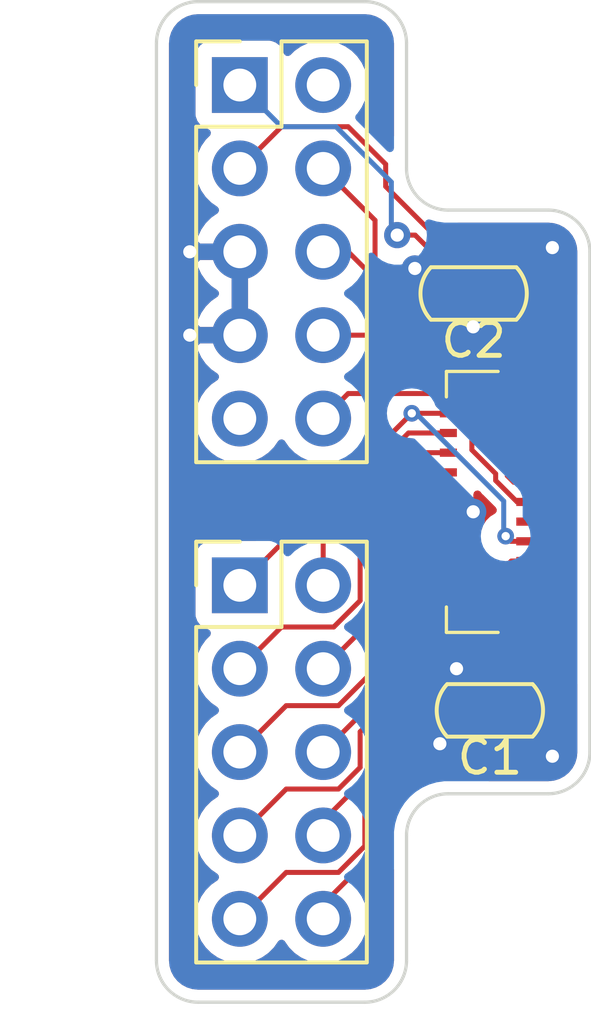
<source format=kicad_pcb>
(kicad_pcb (version 20221018) (generator pcbnew)
  (layers (0 "F.Cu" signal) (31 "B.Cu" signal) (34 "B.Paste" user) (35 "F.Paste" user) (36 "B.SilkS" user "B.Silkscreen") (37 "F.SilkS" user "F.Silkscreen") (38 "B.Mask" user) (39 "F.Mask" user) (44 "Edge.Cuts" user))
  (net 0 "")
  (net 1 "+5V")
  (net 2 "GND")
  (net 3 "+3.3V")
  (net 5 "/GSP")
  (net 6 "/GCK")
  (net 7 "/GEN")
  (net 8 "/INTB")
  (net 9 "/VCOM")
  (net 10 "/VA")
  (net 11 "/BSP")
  (net 12 "/BCK")
  (net 13 "/R0")
  (net 14 "/R1")
  (net 15 "/G0")
  (net 16 "/G1")
  (net 17 "/B0")
  (net 18 "/B1")
  (footprint "Connector_PinHeader_2.54mm:PinHeader_2x05_P2.54mm_Vertical" (layer "F.Cu") (at 83.439 83.947)
    (fp_text reference "J3" hide)
    (fp_text value "Conn_02x05_Odd_Even")
    (fp_line (start -1.33 -1.33) (end 0 -1.33) (stroke (width 0.12)) (layer "F.SilkS"))
    (fp_line (start -1.33 0) (end -1.33 -1.33) (stroke (width 0.12)) (layer "F.SilkS"))
    (fp_line (start -1.33 1.27) (end -1.33 11.49) (stroke (width 0.12)) (layer "F.SilkS"))
    (fp_line (start -1.33 1.27) (end 1.27 1.27) (stroke (width 0.12)) (layer "F.SilkS"))
    (fp_line (start -1.33 11.49) (end 3.87 11.49) (stroke (width 0.12)) (layer "F.SilkS"))
    (fp_line (start 1.27 -1.33) (end 3.87 -1.33) (stroke (width 0.12)) (layer "F.SilkS"))
    (fp_line (start 1.27 1.27) (end 1.27 -1.33) (stroke (width 0.12)) (layer "F.SilkS"))
    (fp_line (start 3.87 -1.33) (end 3.87 11.49) (stroke (width 0.12)) (layer "F.SilkS"))
    (pad "1" thru_hole rect (at 0 0) (size 1.7 1.7) (drill 1) (layers "*.Cu" "*.Mask") (net 9 "/VCOM"))
    (pad "2" thru_hole oval (at 2.54 0) (size 1.7 1.7) (drill 1) (layers "*.Cu" "*.Mask") (net 18 "/B1"))
    (pad "3" thru_hole oval (at 0 2.54) (size 1.7 1.7) (drill 1) (layers "*.Cu" "*.Mask") (net 16 "/G1"))
    (pad "4" thru_hole oval (at 2.54 2.54) (size 1.7 1.7) (drill 1) (layers "*.Cu" "*.Mask") (net 14 "/R1"))
    (pad "5" thru_hole oval (at 0 5.08) (size 1.7 1.7) (drill 1) (layers "*.Cu" "*.Mask") (net 12 "/BCK"))
    (pad "6" thru_hole oval (at 2.54 5.08) (size 1.7 1.7) (drill 1) (layers "*.Cu" "*.Mask") (net 10 "/VA"))
    (pad "7" thru_hole oval (at 0 7.62) (size 1.7 1.7) (drill 1) (layers "*.Cu" "*.Mask") (net 8 "/INTB"))
    (pad "8" thru_hole oval (at 2.54 7.62) (size 1.7 1.7) (drill 1) (layers "*.Cu" "*.Mask") (net 6 "/GCK"))
    (pad "9" thru_hole oval (at 0 10.16) (size 1.7 1.7) (drill 1) (layers "*.Cu" "*.Mask") (net 7 "/GEN"))
    (pad "10" thru_hole oval (at 2.54 10.16) (size 1.7 1.7) (drill 1) (layers "*.Cu" "*.Mask") (net 5 "/GSP"))
  )
  (footprint "503566-2102:5035662102" (layer "F.Cu") (at 91.059 81.407 90)
    (fp_text reference "J1" hide)
    (fp_text value "503566-2102" hide)
    (fp_line (start -3.975 -1.325) (end -3.975 0.25) (stroke (width 0.1)) (layer "F.SilkS"))
    (fp_line (start -3.2 -1.325) (end -3.975 -1.325) (stroke (width 0.1)) (layer "F.SilkS"))
    (fp_line (start 3.2 -1.325) (end 3.975 -1.325) (stroke (width 0.1)) (layer "F.SilkS"))
    (fp_line (start 3.975 -1.325) (end 3.975 0.25) (stroke (width 0.1)) (layer "F.SilkS"))
    (pad "1" smd rect (at -3 1.165 90) (size 0.25 0.72) (layers "F.Cu" "F.Paste" "F.Mask") (net 1 "+5V"))
    (pad "2" smd rect (at -2.7 -1.265 90) (size 0.25 0.52) (layers "F.Cu" "F.Paste" "F.Mask"))
    (pad "3" smd rect (at -2.4 1.165 90) (size 0.25 0.72) (layers "F.Cu" "F.Paste" "F.Mask") (net 5 "/GSP"))
    (pad "4" smd rect (at -2.1 -1.265 90) (size 0.25 0.52) (layers "F.Cu" "F.Paste" "F.Mask") (net 6 "/GCK"))
    (pad "5" smd rect (at -1.8 1.165 90) (size 0.25 0.72) (layers "F.Cu" "F.Paste" "F.Mask") (net 7 "/GEN"))
    (pad "6" smd rect (at -1.5 -1.265 90) (size 0.25 0.52) (layers "F.Cu" "F.Paste" "F.Mask") (net 8 "/INTB"))
    (pad "7" smd rect (at -1.2 1.165 90) (size 0.25 0.72) (layers "F.Cu" "F.Paste" "F.Mask") (net 9 "/VCOM"))
    (pad "8" smd rect (at -0.9 -1.265 90) (size 0.25 0.52) (layers "F.Cu" "F.Paste" "F.Mask") (net 10 "/VA"))
    (pad "9" smd rect (at -0.6 1.165 90) (size 0.25 0.72) (layers "F.Cu" "F.Paste" "F.Mask") (net 3 "+3.3V"))
    (pad "10" smd rect (at -0.3 -1.265 90) (size 0.25 0.52) (layers "F.Cu" "F.Paste" "F.Mask") (net 2 "GND"))
    (pad "11" smd rect (at 0 1.165 90) (size 0.25 0.72) (layers "F.Cu" "F.Paste" "F.Mask") (net 11 "/BSP"))
    (pad "12" smd rect (at 0.3 -1.265 90) (size 0.25 0.52) (layers "F.Cu" "F.Paste" "F.Mask") (net 12 "/BCK"))
    (pad "13" smd rect (at 0.6 1.165 90) (size 0.25 0.72) (layers "F.Cu" "F.Paste" "F.Mask") (net 13 "/R0"))
    (pad "14" smd rect (at 0.9 -1.265 90) (size 0.25 0.52) (layers "F.Cu" "F.Paste" "F.Mask") (net 14 "/R1"))
    (pad "15" smd rect (at 1.2 1.165 90) (size 0.25 0.72) (layers "F.Cu" "F.Paste" "F.Mask") (net 15 "/G0"))
    (pad "16" smd rect (at 1.5 -1.265 90) (size 0.25 0.52) (layers "F.Cu" "F.Paste" "F.Mask") (net 16 "/G1"))
    (pad "17" smd rect (at 1.8 1.165 90) (size 0.25 0.72) (layers "F.Cu" "F.Paste" "F.Mask") (net 17 "/B0"))
    (pad "18" smd rect (at 2.1 -1.265 90) (size 0.25 0.52) (layers "F.Cu" "F.Paste" "F.Mask") (net 18 "/B1"))
    (pad "19" smd rect (at 2.4 1.165 90) (size 0.25 0.72) (layers "F.Cu" "F.Paste" "F.Mask"))
    (pad "20" smd rect (at 2.7 -1.265 90) (size 0.25 0.52) (layers "F.Cu" "F.Paste" "F.Mask") (net 9 "/VCOM"))
    (pad "21" smd rect (at 3 1.165 90) (size 0.25 0.72) (layers "F.Cu" "F.Paste" "F.Mask"))
    (pad "MP1" smd rect (at -3.71 1.1 90) (size 0.3 0.85) (layers "F.Cu" "F.Paste" "F.Mask"))
    (pad "MP2" smd rect (at 3.71 1.1 90) (size 0.3 0.85) (layers "F.Cu" "F.Paste" "F.Mask"))
  )
  (footprint "Capacitor_SMD_US_Handsoldering_AKL:C_0603_1608Metric" (layer "F.Cu") (at 90.564 75.057 180)
    (fp_text reference "C2" (at 0 -1.43) (layer "F.SilkS"))
    (fp_text value "1uF" hide)
    (fp_line (start -1.3 0.800002) (end 1.3 0.8) (stroke (width 0.12)) (layer "F.SilkS"))
    (fp_line (start 1.3 -0.800002) (end -1.3 -0.8) (stroke (width 0.12)) (layer "F.SilkS"))
    (fp_arc (start -1.3 0.800002) (mid -1.619939 0.000001) (end -1.3 -0.8) (stroke (width 0.12)) (layer "F.SilkS"))
    (fp_arc (start 1.3 -0.800002) (mid 1.619939 -0.000001) (end 1.3 0.8) (stroke (width 0.12)) (layer "F.SilkS"))
    (pad "1" smd roundrect (at -0.775 0 180) (size 0.9 0.95) (layers "F.Cu" "F.Paste" "F.Mask") (net 3 "+3.3V"))
    (pad "2" smd roundrect (at 0.775 0 180) (size 0.9 0.95) (layers "F.Cu" "F.Paste" "F.Mask") (net 2 "GND"))
  )
  (footprint "Connector_PinHeader_2.54mm:PinHeader_2x05_P2.54mm_Vertical" (layer "F.Cu") (at 83.439 68.707)
    (fp_text reference "J2" hide)
    (fp_text value "Conn_02x05_Odd_Even")
    (fp_line (start -1.33 -1.33) (end 0 -1.33) (stroke (width 0.12)) (layer "F.SilkS"))
    (fp_line (start -1.33 0) (end -1.33 -1.33) (stroke (width 0.12)) (layer "F.SilkS"))
    (fp_line (start -1.33 1.27) (end -1.33 11.49) (stroke (width 0.12)) (layer "F.SilkS"))
    (fp_line (start -1.33 1.27) (end 1.27 1.27) (stroke (width 0.12)) (layer "F.SilkS"))
    (fp_line (start -1.33 11.49) (end 3.87 11.49) (stroke (width 0.12)) (layer "F.SilkS"))
    (fp_line (start 1.27 -1.33) (end 3.87 -1.33) (stroke (width 0.12)) (layer "F.SilkS"))
    (fp_line (start 1.27 1.27) (end 1.27 -1.33) (stroke (width 0.12)) (layer "F.SilkS"))
    (fp_line (start 3.87 -1.33) (end 3.87 11.49) (stroke (width 0.12)) (layer "F.SilkS"))
    (pad "1" thru_hole rect (at 0 0) (size 1.7 1.7) (drill 1) (layers "*.Cu" "*.Mask") (net 3 "+3.3V"))
    (pad "2" thru_hole oval (at 2.54 0) (size 1.7 1.7) (drill 1) (layers "*.Cu" "*.Mask"))
    (pad "3" thru_hole oval (at 0 2.54) (size 1.7 1.7) (drill 1) (layers "*.Cu" "*.Mask") (net 1 "+5V"))
    (pad "4" thru_hole oval (at 2.54 2.54) (size 1.7 1.7) (drill 1) (layers "*.Cu" "*.Mask") (net 17 "/B0"))
    (pad "5" thru_hole oval (at 0 5.08) (size 1.7 1.7) (drill 1) (layers "*.Cu" "*.Mask") (net 2 "GND"))
    (pad "6" thru_hole oval (at 2.54 5.08) (size 1.7 1.7) (drill 1) (layers "*.Cu" "*.Mask") (net 15 "/G0"))
    (pad "7" thru_hole oval (at 0 7.62) (size 1.7 1.7) (drill 1) (layers "*.Cu" "*.Mask") (net 2 "GND"))
    (pad "8" thru_hole oval (at 2.54 7.62) (size 1.7 1.7) (drill 1) (layers "*.Cu" "*.Mask") (net 13 "/R0"))
    (pad "9" thru_hole oval (at 0 10.16) (size 1.7 1.7) (drill 1) (layers "*.Cu" "*.Mask"))
    (pad "10" thru_hole oval (at 2.54 10.16) (size 1.7 1.7) (drill 1) (layers "*.Cu" "*.Mask") (net 11 "/BSP"))
  )
  (footprint "Capacitor_SMD_US_Handsoldering_AKL:C_0603_1608Metric" (layer "F.Cu") (at 91.059 87.757 180)
    (fp_text reference "C1" (at 0 -1.43) (layer "F.SilkS"))
    (fp_text value "1uF" hide)
    (fp_line (start -1.3 0.800002) (end 1.3 0.8) (stroke (width 0.12)) (layer "F.SilkS"))
    (fp_line (start 1.3 -0.800002) (end -1.3 -0.8) (stroke (width 0.12)) (layer "F.SilkS"))
    (fp_arc (start -1.3 0.800002) (mid -1.619939 0.000001) (end -1.3 -0.8) (stroke (width 0.12)) (layer "F.SilkS"))
    (fp_arc (start 1.3 -0.800002) (mid 1.619939 -0.000001) (end 1.3 0.8) (stroke (width 0.12)) (layer "F.SilkS"))
    (pad "1" smd roundrect (at -0.775 0 180) (size 0.9 0.95) (layers "F.Cu" "F.Paste" "F.Mask") (net 1 "+5V"))
    (pad "2" smd roundrect (at 0.775 0 180) (size 0.9 0.95) (layers "F.Cu" "F.Paste" "F.Mask") (net 2 "GND"))
  )
  (gr_arc (start 89.789 72.517) (mid 88.890974 72.145026) (end 88.519 71.247) (stroke (width 0.1)) (layer "Edge.Cuts"))
  (gr_line (start 89.789 72.517) (end 92.837 72.517) (stroke (width 0.1)) (layer "Edge.Cuts"))
  (gr_line (start 80.899 67.437) (end 80.899 95.377) (stroke (width 0.1)) (layer "Edge.Cuts"))
  (gr_line (start 82.169 66.167) (end 87.249 66.167) (stroke (width 0.1)) (layer "Edge.Cuts"))
  (gr_arc (start 80.899 67.437) (mid 81.270974 66.538974) (end 82.169 66.167) (stroke (width 0.1)) (layer "Edge.Cuts"))
  (gr_line (start 82.169 96.647) (end 87.249 96.647) (stroke (width 0.1)) (layer "Edge.Cuts"))
  (gr_arc (start 82.169 96.647) (mid 81.270974 96.275026) (end 80.899 95.377) (stroke (width 0.1)) (layer "Edge.Cuts"))
  (gr_line (start 94.107 73.787) (end 94.107 89.027) (stroke (width 0.1)) (layer "Edge.Cuts"))
  (gr_line (start 92.837 90.297) (end 89.789 90.297) (stroke (width 0.1)) (layer "Edge.Cuts"))
  (gr_arc (start 88.519 95.377) (mid 88.147026 96.275026) (end 87.249 96.647) (stroke (width 0.1)) (layer "Edge.Cuts"))
  (gr_line (start 88.519 71.247) (end 88.519 67.437) (stroke (width 0.1)) (layer "Edge.Cuts"))
  (gr_arc (start 92.837 72.517) (mid 93.735026 72.888974) (end 94.107 73.787) (stroke (width 0.1)) (layer "Edge.Cuts"))
  (gr_arc (start 87.249 66.167) (mid 88.147026 66.538974) (end 88.519 67.437) (stroke (width 0.1)) (layer "Edge.Cuts"))
  (gr_arc (start 88.519 91.567) (mid 88.890974 90.668974) (end 89.789 90.297) (stroke (width 0.1)) (layer "Edge.Cuts"))
  (gr_arc (start 94.107 89.027) (mid 93.735026 89.925026) (end 92.837 90.297) (stroke (width 0.1)) (layer "Edge.Cuts"))
  (gr_line (start 88.519 91.567) (end 88.519 95.377) (stroke (width 0.1)) (layer "Edge.Cuts"))
  (segment (start 84.709 69.977) (end 86.741 69.977) (width 0.1524) (layer "F.Cu") (net 1))
  (segment (start 93.474 75.939183) (end 93.474 83.767) (width 0.1524) (layer "F.Cu") (net 1))
  (segment (start 93.474 83.767) (end 92.834 84.407) (width 0.1524) (layer "F.Cu") (net 1))
  (segment (start 89.87337 73.787) (end 91.321817 73.787) (width 0.1524) (layer "F.Cu") (net 1))
  (segment (start 93.093 84.826) (end 92.674 84.407) (width 0.1524) (layer "F.Cu") (net 1))
  (segment (start 92.834 84.407) (end 92.224 84.407) (width 0.1524) (layer "F.Cu") (net 1))
  (segment (start 91.834 87.757) (end 93.093 86.498) (width 0.1524) (layer "F.Cu") (net 1))
  (segment (start 86.741 69.977) (end 87.884 71.12) (width 0.1524) (layer "F.Cu") (net 1))
  (segment (start 83.439 71.247) (end 84.709 69.977) (width 0.1524) (layer "F.Cu") (net 1))
  (segment (start 87.884 71.12) (end 87.884 71.79763) (width 0.1524) (layer "F.Cu") (net 1))
  (segment (start 87.884 71.79763) (end 89.87337 73.787) (width 0.1524) (layer "F.Cu") (net 1))
  (segment (start 91.321817 73.787) (end 93.474 75.939183) (width 0.1524) (layer "F.Cu") (net 1))
  (segment (start 93.093 86.498) (end 93.093 84.826) (width 0.1524) (layer "F.Cu") (net 1))
  (segment (start 92.674 84.407) (end 92.224 84.407) (width 0.1524) (layer "F.Cu") (net 1))
  (segment (start 90.551 81.707) (end 89.794 81.707) (width 0.254) (layer "F.Cu") (net 2))
  (segment (start 89.027 74.295) (end 89.789 75.057) (width 0.2) (layer "F.Cu") (net 2))
  (segment (start 90.551 76.073) (end 90.551 75.819) (width 0.2) (layer "F.Cu") (net 2))
  (segment (start 89.535 88.773) (end 89.535 88.506) (width 0.2) (layer "F.Cu") (net 2))
  (segment (start 88.773 74.295) (end 89.027 74.295) (width 0.2) (layer "F.Cu") (net 2))
  (segment (start 89.535 88.506) (end 90.284 87.757) (width 0.2) (layer "F.Cu") (net 2))
  (segment (start 90.551 75.819) (end 89.789 75.057) (width 0.2) (layer "F.Cu") (net 2))
  (via (at 92.964 73.66) (size 0.8) (drill 0.4) (layers "F.Cu" "B.Cu") (net 2))
  (via (at 81.915 76.327) (size 0.8) (drill 0.4) (layers "F.Cu" "B.Cu") (net 2))
  (via (at 90.043 86.487) (size 0.8) (drill 0.4) (layers "F.Cu" "B.Cu") (net 2))
  (via (at 81.915 73.787) (size 0.8) (drill 0.4) (layers "F.Cu" "B.Cu") (net 2))
  (via (at 88.773 74.295) (size 0.8) (drill 0.4) (layers "F.Cu" "B.Cu") (net 2))
  (via (at 89.535 88.773) (size 0.8) (drill 0.4) (layers "F.Cu" "B.Cu") (net 2))
  (via (at 90.551 76.073) (size 0.8) (drill 0.4) (layers "F.Cu" "B.Cu") (net 2))
  (via (at 90.551 81.707) (size 0.8) (drill 0.4) (layers "F.Cu" "B.Cu") (net 2))
  (via (at 92.964 89.154) (size 0.8) (drill 0.4) (layers "F.Cu" "B.Cu") (net 2))
  (segment (start 88.235385 73.279) (end 88.782305 73.279) (width 0.1524) (layer "F.Cu") (net 3))
  (segment (start 92.909 76.627) (end 91.339 75.057) (width 0.1524) (layer "F.Cu") (net 3))
  (segment (start 92.224 82.007) (end 92.834 82.007) (width 0.1524) (layer "F.Cu") (net 3))
  (segment (start 90.519 74.237) (end 91.339 75.057) (width 0.1524) (layer "F.Cu") (net 3))
  (segment (start 92.909 81.932) (end 92.909 76.627) (width 0.1524) (layer "F.Cu") (net 3))
  (segment (start 88.782305 73.279) (end 89.740305 74.237) (width 0.1524) (layer "F.Cu") (net 3))
  (segment (start 89.740305 74.237) (end 90.519 74.237) (width 0.1524) (layer "F.Cu") (net 3))
  (segment (start 92.834 82.007) (end 92.909 81.932) (width 0.1524) (layer "F.Cu") (net 3))
  (via (at 88.235385 73.279) (size 0.8) (drill 0.4) (layers "F.Cu" "B.Cu") (net 3))
  (segment (start 84.709 69.977) (end 83.439 68.707) (width 0.1524) (layer "B.Cu") (net 3))
  (segment (start 86.370701 69.977) (end 84.709 69.977) (width 0.1524) (layer "B.Cu") (net 3))
  (segment (start 88.235385 73.279) (end 88.056251 73.099866) (width 0.1524) (layer "B.Cu") (net 3))
  (segment (start 88.056251 71.66255) (end 86.370701 69.977) (width 0.1524) (layer "B.Cu") (net 3))
  (segment (start 88.056251 73.099866) (end 88.056251 71.66255) (width 0.1524) (layer "B.Cu") (net 3))
  (segment (start 91.7866 83.807) (end 92.224 83.807) (width 0.1524) (layer "F.Cu") (net 5))
  (segment (start 90.297 89.535) (end 91.0102 88.8218) (width 0.1524) (layer "F.Cu") (net 5))
  (segment (start 91.0102 84.5834) (end 91.7866 83.807) (width 0.1524) (layer "F.Cu") (net 5))
  (segment (start 87.6014 90.7066) (end 88.773 89.535) (width 0.1524) (layer "F.Cu") (net 5))
  (segment (start 85.979 94.107) (end 85.979 93.658056) (width 0.1524) (layer "F.Cu") (net 5))
  (segment (start 91.0102 88.8218) (end 91.0102 84.5834) (width 0.1524) (layer "F.Cu") (net 5))
  (segment (start 87.6014 92.035656) (end 87.6014 90.7066) (width 0.1524) (layer "F.Cu") (net 5))
  (segment (start 85.979 93.658056) (end 87.6014 92.035656) (width 0.1524) (layer "F.Cu") (net 5))
  (segment (start 88.773 89.535) (end 90.297 89.535) (width 0.1524) (layer "F.Cu") (net 5))
  (segment (start 89.4566 83.507) (end 89.794 83.507) (width 0.1524) (layer "F.Cu") (net 6))
  (segment (start 85.979 91.567) (end 85.979 91.118056) (width 0.1524) (layer "F.Cu") (net 6))
  (segment (start 87.4576 88.5644) (end 88.9126 87.1094) (width 0.1524) (layer "F.Cu") (net 6))
  (segment (start 88.9126 84.051) (end 89.4566 83.507) (width 0.1524) (layer "F.Cu") (net 6))
  (segment (start 88.9126 87.1094) (end 88.9126 84.051) (width 0.1524) (layer "F.Cu") (net 6))
  (segment (start 87.4576 89.639456) (end 87.4576 88.5644) (width 0.1524) (layer "F.Cu") (net 6))
  (segment (start 85.979 91.118056) (end 87.4576 89.639456) (width 0.1524) (layer "F.Cu") (net 6))
  (segment (start 87.249 91.889688) (end 87.249 90.346424) (width 0.1524) (layer "F.Cu") (net 7))
  (segment (start 86.445488 92.6932) (end 87.249 91.889688) (width 0.1524) (layer "F.Cu") (net 7))
  (segment (start 88.519 89.076424) (end 88.519 88.001368) (width 0.1524) (layer "F.Cu") (net 7))
  (segment (start 89.281 87.239368) (end 89.281 85.6376) (width 0.1524) (layer "F.Cu") (net 7))
  (segment (start 88.519 88.001368) (end 89.281 87.239368) (width 0.1524) (layer "F.Cu") (net 7))
  (segment (start 87.249 90.346424) (end 88.519 89.076424) (width 0.1524) (layer "F.Cu") (net 7))
  (segment (start 89.281 85.6376) (end 91.7116 83.207) (width 0.1524) (layer "F.Cu") (net 7))
  (segment (start 84.8528 92.6932) (end 86.445488 92.6932) (width 0.1524) (layer "F.Cu") (net 7))
  (segment (start 83.439 94.107) (end 84.8528 92.6932) (width 0.1524) (layer "F.Cu") (net 7))
  (segment (start 91.7116 83.207) (end 92.224 83.207) (width 0.1524) (layer "F.Cu") (net 7))
  (segment (start 87.1052 89.493488) (end 87.1052 88.4088) (width 0.1524) (layer "F.Cu") (net 8))
  (segment (start 83.439 91.567) (end 84.8528 90.1532) (width 0.1524) (layer "F.Cu") (net 8))
  (segment (start 88.5602 83.7284) (end 89.3816 82.907) (width 0.1524) (layer "F.Cu") (net 8))
  (segment (start 87.1052 88.4088) (end 88.5602 86.9538) (width 0.1524) (layer "F.Cu") (net 8))
  (segment (start 84.8528 90.1532) (end 86.445488 90.1532) (width 0.1524) (layer "F.Cu") (net 8))
  (segment (start 89.3816 82.907) (end 89.794 82.907) (width 0.1524) (layer "F.Cu") (net 8))
  (segment (start 86.445488 90.1532) (end 87.1052 89.493488) (width 0.1524) (layer "F.Cu") (net 8))
  (segment (start 88.5602 86.9538) (end 88.5602 83.7284) (width 0.1524) (layer "F.Cu") (net 8))
  (segment (start 89.794 78.707) (end 88.679 78.707) (width 0.1524) (layer "F.Cu") (net 9))
  (segment (start 88.679 78.707) (end 83.439 83.947) (width 0.1524) (layer "F.Cu") (net 9))
  (segment (start 91.540071 82.449385) (end 91.697686 82.607) (width 0.1524) (layer "F.Cu") (net 9))
  (segment (start 91.697686 82.607) (end 92.224 82.607) (width 0.1524) (layer "F.Cu") (net 9))
  (via (at 91.540071 82.449385) (size 0.508) (drill 0.254) (layers "F.Cu" "B.Cu") (net 9))
  (via (at 88.679 78.707) (size 0.508) (drill 0.254) (layers "F.Cu" "B.Cu") (net 9))
  (segment (start 91.540071 82.449385) (end 91.4812 82.390514) (width 0.1524) (layer "B.Cu") (net 9))
  (segment (start 91.4812 81.380908) (end 88.807292 78.707) (width 0.1524) (layer "B.Cu") (net 9))
  (segment (start 91.4812 82.390514) (end 91.4812 81.380908) (width 0.1524) (layer "B.Cu") (net 9))
  (segment (start 88.807292 78.707) (end 88.679 78.707) (width 0.1524) (layer "B.Cu") (net 9))
  (segment (start 88.2078 86.7982) (end 88.2078 83.4808) (width 0.1524) (layer "F.Cu") (net 10))
  (segment (start 89.3816 82.307) (end 89.794 82.307) (width 0.1524) (layer "F.Cu") (net 10))
  (segment (start 88.2078 83.4808) (end 89.3816 82.307) (width 0.1524) (layer "F.Cu") (net 10))
  (segment (start 85.979 89.027) (end 88.2078 86.7982) (width 0.1524) (layer "F.Cu") (net 10))
  (segment (start 90.5104 78.542658) (end 90.5104 79.822855) (width 0.1524) (layer "F.Cu") (net 11))
  (segment (start 85.979 78.867) (end 86.741 78.105) (width 0.1524) (layer "F.Cu") (net 11))
  (segment (start 86.741 78.105) (end 90.072742 78.105) (width 0.1524) (layer "F.Cu") (net 11))
  (segment (start 90.5104 79.822855) (end 91.2354 80.547854) (width 0.1524) (layer "F.Cu") (net 11))
  (segment (start 91.2354 80.547854) (end 91.2354 80.754169) (width 0.1524) (layer "F.Cu") (net 11))
  (segment (start 90.072742 78.105) (end 90.5104 78.542658) (width 0.1524) (layer "F.Cu") (net 11))
  (segment (start 91.2354 80.754169) (end 91.888231 81.407) (width 0.1524) (layer "F.Cu") (net 11))
  (segment (start 91.888231 81.407) (end 92.224 81.407) (width 0.1524) (layer "F.Cu") (net 11))
  (segment (start 84.8528 87.6132) (end 86.445488 87.6132) (width 0.1524) (layer "F.Cu") (net 12))
  (segment (start 87.8554 86.203288) (end 87.8554 82.8094) (width 0.1524) (layer "F.Cu") (net 12))
  (segment (start 89.5578 81.107) (end 89.794 81.107) (width 0.1524) (layer "F.Cu") (net 12))
  (segment (start 83.439 89.027) (end 84.8528 87.6132) (width 0.1524) (layer "F.Cu") (net 12))
  (segment (start 86.445488 87.6132) (end 87.8554 86.203288) (width 0.1524) (layer "F.Cu") (net 12))
  (segment (start 87.8554 82.8094) (end 89.5578 81.107) (width 0.1524) (layer "F.Cu") (net 12))
  (segment (start 91.7866 80.807) (end 91.5878 80.6082) (width 0.1524) (layer "F.Cu") (net 13))
  (segment (start 90.8628 79.676886) (end 90.8628 78.39669) (width 0.1524) (layer "F.Cu") (net 13))
  (segment (start 90.8628 78.39669) (end 88.79311 76.327) (width 0.1524) (layer "F.Cu") (net 13))
  (segment (start 88.79311 76.327) (end 85.979 76.327) (width 0.1524) (layer "F.Cu") (net 13))
  (segment (start 92.224 80.807) (end 91.7866 80.807) (width 0.1524) (layer "F.Cu") (net 13))
  (segment (start 91.5878 80.6082) (end 91.5878 80.401886) (width 0.1524) (layer "F.Cu") (net 13))
  (segment (start 91.5878 80.401886) (end 90.8628 79.676886) (width 0.1524) (layer "F.Cu") (net 13))
  (segment (start 87.503 82.3856) (end 89.3816 80.507) (width 0.1524) (layer "F.Cu") (net 14))
  (segment (start 89.3816 80.507) (end 89.794 80.507) (width 0.1524) (layer "F.Cu") (net 14))
  (segment (start 85.979 86.487) (end 87.503 84.963) (width 0.1524) (layer "F.Cu") (net 14))
  (segment (start 87.503 84.963) (end 87.503 82.3856) (width 0.1524) (layer "F.Cu") (net 14))
  (segment (start 92.025 80.008) (end 91.692 80.008) (width 0.1524) (layer "F.Cu") (net 15))
  (segment (start 86.741 73.787) (end 85.979 73.787) (width 0.1524) (layer "F.Cu") (net 15))
  (segment (start 91.692 80.008) (end 91.215 79.531) (width 0.1524) (layer "F.Cu") (net 15))
  (segment (start 87.259196 74.295) (end 87.249 74.295) (width 0.1524) (layer "F.Cu") (net 15))
  (segment (start 92.224 80.207) (end 92.025 80.008) (width 0.1524) (layer "F.Cu") (net 15))
  (segment (start 91.215 78.250804) (end 87.259196 74.295) (width 0.1524) (layer "F.Cu") (net 15))
  (segment (start 91.215 79.531) (end 91.215 78.250804) (width 0.1524) (layer "F.Cu") (net 15))
  (segment (start 87.249 74.295) (end 86.741 73.787) (width 0.1524) (layer "F.Cu") (net 15))
  (segment (start 89.794 79.907) (end 88.495 79.907) (width 0.1524) (layer "F.Cu") (net 16))
  (segment (start 88.495 79.907) (end 87.1052 81.2968) (width 0.1524) (layer "F.Cu") (net 16))
  (segment (start 87.1052 84.413488) (end 86.301688 85.217) (width 0.1524) (layer "F.Cu") (net 16))
  (segment (start 84.709 85.217) (end 83.439 86.487) (width 0.1524) (layer "F.Cu") (net 16))
  (segment (start 86.301688 85.217) (end 84.709 85.217) (width 0.1524) (layer "F.Cu") (net 16))
  (segment (start 87.1052 81.2968) (end 87.1052 84.413488) (width 0.1524) (layer "F.Cu") (net 16))
  (segment (start 85.979 71.247) (end 87.559685 72.827685) (width 0.1524) (layer "F.Cu") (net 17))
  (segment (start 91.567 79.375) (end 91.799 79.607) (width 0.1524) (layer "F.Cu") (net 17))
  (segment (start 87.559685 72.827685) (end 87.559685 74.097685) (width 0.1524) (layer "F.Cu") (net 17))
  (segment (start 87.559685 74.097685) (end 91.567 78.105) (width 0.1524) (layer "F.Cu") (net 17))
  (segment (start 91.567 78.105) (end 91.567 79.375) (width 0.1524) (layer "F.Cu") (net 17))
  (segment (start 91.799 79.607) (end 92.224 79.607) (width 0.1524) (layer "F.Cu") (net 17))
  (segment (start 88.577368 79.307) (end 89.794 79.307) (width 0.1524) (layer "F.Cu") (net 18))
  (segment (start 85.979 83.947) (end 85.979 81.905368) (width 0.1524) (layer "F.Cu") (net 18))
  (segment (start 85.979 81.905368) (end 88.577368 79.307) (width 0.1524) (layer "F.Cu") (net 18))
  (zone (net 2) (net_name "GND") (layers "F&B.Cu") (connect_pads (clearance 0.5)) (min_thickness 0.25) (fill yes (thermal_gap 0.5) (thermal_bridge_width 0.5))
    (polygon (pts (xy 80.899 66.167) (xy 94.107 66.167) (xy 94.107 96.647) (xy 80.899 96.647)))
  )
)
</source>
